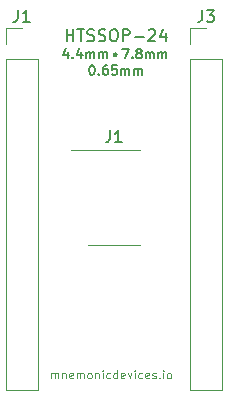
<source format=gbr>
%TF.GenerationSoftware,KiCad,Pcbnew,(5.99.0-10369-gb59bf064b4)*%
%TF.CreationDate,2021-07-26T17:07:50+02:00*%
%TF.ProjectId,htssop24,68747373-6f70-4323-942e-6b696361645f,rev?*%
%TF.SameCoordinates,Original*%
%TF.FileFunction,Legend,Top*%
%TF.FilePolarity,Positive*%
%FSLAX46Y46*%
G04 Gerber Fmt 4.6, Leading zero omitted, Abs format (unit mm)*
G04 Created by KiCad (PCBNEW (5.99.0-10369-gb59bf064b4)) date 2021-07-26 17:07:50*
%MOMM*%
%LPD*%
G01*
G04 APERTURE LIST*
%ADD10C,0.150000*%
%ADD11C,0.100000*%
%ADD12C,0.120000*%
G04 APERTURE END LIST*
D10*
X19792857Y-15711904D02*
X19869047Y-15711904D01*
X19945238Y-15750000D01*
X19983333Y-15788095D01*
X20021428Y-15864285D01*
X20059523Y-16016666D01*
X20059523Y-16207142D01*
X20021428Y-16359523D01*
X19983333Y-16435714D01*
X19945238Y-16473809D01*
X19869047Y-16511904D01*
X19792857Y-16511904D01*
X19716666Y-16473809D01*
X19678571Y-16435714D01*
X19640476Y-16359523D01*
X19602380Y-16207142D01*
X19602380Y-16016666D01*
X19640476Y-15864285D01*
X19678571Y-15788095D01*
X19716666Y-15750000D01*
X19792857Y-15711904D01*
X20402380Y-16435714D02*
X20440476Y-16473809D01*
X20402380Y-16511904D01*
X20364285Y-16473809D01*
X20402380Y-16435714D01*
X20402380Y-16511904D01*
X21126190Y-15711904D02*
X20973809Y-15711904D01*
X20897619Y-15750000D01*
X20859523Y-15788095D01*
X20783333Y-15902380D01*
X20745238Y-16054761D01*
X20745238Y-16359523D01*
X20783333Y-16435714D01*
X20821428Y-16473809D01*
X20897619Y-16511904D01*
X21050000Y-16511904D01*
X21126190Y-16473809D01*
X21164285Y-16435714D01*
X21202380Y-16359523D01*
X21202380Y-16169047D01*
X21164285Y-16092857D01*
X21126190Y-16054761D01*
X21050000Y-16016666D01*
X20897619Y-16016666D01*
X20821428Y-16054761D01*
X20783333Y-16092857D01*
X20745238Y-16169047D01*
X21926190Y-15711904D02*
X21545238Y-15711904D01*
X21507142Y-16092857D01*
X21545238Y-16054761D01*
X21621428Y-16016666D01*
X21811904Y-16016666D01*
X21888095Y-16054761D01*
X21926190Y-16092857D01*
X21964285Y-16169047D01*
X21964285Y-16359523D01*
X21926190Y-16435714D01*
X21888095Y-16473809D01*
X21811904Y-16511904D01*
X21621428Y-16511904D01*
X21545238Y-16473809D01*
X21507142Y-16435714D01*
X22307142Y-16511904D02*
X22307142Y-15978571D01*
X22307142Y-16054761D02*
X22345238Y-16016666D01*
X22421428Y-15978571D01*
X22535714Y-15978571D01*
X22611904Y-16016666D01*
X22650000Y-16092857D01*
X22650000Y-16511904D01*
X22650000Y-16092857D02*
X22688095Y-16016666D01*
X22764285Y-15978571D01*
X22878571Y-15978571D01*
X22954761Y-16016666D01*
X22992857Y-16092857D01*
X22992857Y-16511904D01*
X23373809Y-16511904D02*
X23373809Y-15978571D01*
X23373809Y-16054761D02*
X23411904Y-16016666D01*
X23488095Y-15978571D01*
X23602380Y-15978571D01*
X23678571Y-16016666D01*
X23716666Y-16092857D01*
X23716666Y-16511904D01*
X23716666Y-16092857D02*
X23754761Y-16016666D01*
X23830952Y-15978571D01*
X23945238Y-15978571D01*
X24021428Y-16016666D01*
X24059523Y-16092857D01*
X24059523Y-16511904D01*
X17799999Y-14578571D02*
X17799999Y-15111904D01*
X17609523Y-14273809D02*
X17419047Y-14845238D01*
X17914285Y-14845238D01*
X18219047Y-15035714D02*
X18257142Y-15073809D01*
X18219047Y-15111904D01*
X18180952Y-15073809D01*
X18219047Y-15035714D01*
X18219047Y-15111904D01*
X18942857Y-14578571D02*
X18942857Y-15111904D01*
X18752380Y-14273809D02*
X18561904Y-14845238D01*
X19057142Y-14845238D01*
X19361904Y-15111904D02*
X19361904Y-14578571D01*
X19361904Y-14654761D02*
X19399999Y-14616666D01*
X19476190Y-14578571D01*
X19590476Y-14578571D01*
X19666666Y-14616666D01*
X19704761Y-14692857D01*
X19704761Y-15111904D01*
X19704761Y-14692857D02*
X19742857Y-14616666D01*
X19819047Y-14578571D01*
X19933333Y-14578571D01*
X20009523Y-14616666D01*
X20047619Y-14692857D01*
X20047619Y-15111904D01*
X20428571Y-15111904D02*
X20428571Y-14578571D01*
X20428571Y-14654761D02*
X20466666Y-14616666D01*
X20542857Y-14578571D01*
X20657142Y-14578571D01*
X20733333Y-14616666D01*
X20771428Y-14692857D01*
X20771428Y-15111904D01*
X20771428Y-14692857D02*
X20809523Y-14616666D01*
X20885714Y-14578571D01*
X20999999Y-14578571D01*
X21076190Y-14616666D01*
X21114285Y-14692857D01*
X21114285Y-15111904D01*
X21723809Y-14730952D02*
X21723809Y-14883333D01*
X21761904Y-14883333D02*
X21761904Y-14730952D01*
X21799999Y-14692857D02*
X21799999Y-14921428D01*
X21838095Y-14883333D02*
X21838095Y-14730952D01*
X21876190Y-14730952D02*
X21876190Y-14883333D01*
X21723809Y-14845238D02*
X21799999Y-14921428D01*
X21876190Y-14845238D01*
X21723809Y-14769047D02*
X21799999Y-14692857D01*
X21876190Y-14769047D01*
X21723809Y-14730952D02*
X21799999Y-14692857D01*
X21876190Y-14730952D01*
X21914285Y-14807142D01*
X21876190Y-14883333D01*
X21799999Y-14921428D01*
X21723809Y-14883333D01*
X21685714Y-14807142D01*
X21723809Y-14730952D01*
X22409523Y-14311904D02*
X22942857Y-14311904D01*
X22599999Y-15111904D01*
X23247619Y-15035714D02*
X23285714Y-15073809D01*
X23247619Y-15111904D01*
X23209523Y-15073809D01*
X23247619Y-15035714D01*
X23247619Y-15111904D01*
X23742857Y-14654761D02*
X23666666Y-14616666D01*
X23628571Y-14578571D01*
X23590476Y-14502380D01*
X23590476Y-14464285D01*
X23628571Y-14388095D01*
X23666666Y-14350000D01*
X23742857Y-14311904D01*
X23895238Y-14311904D01*
X23971428Y-14350000D01*
X24009523Y-14388095D01*
X24047619Y-14464285D01*
X24047619Y-14502380D01*
X24009523Y-14578571D01*
X23971428Y-14616666D01*
X23895238Y-14654761D01*
X23742857Y-14654761D01*
X23666666Y-14692857D01*
X23628571Y-14730952D01*
X23590476Y-14807142D01*
X23590476Y-14959523D01*
X23628571Y-15035714D01*
X23666666Y-15073809D01*
X23742857Y-15111904D01*
X23895238Y-15111904D01*
X23971428Y-15073809D01*
X24009523Y-15035714D01*
X24047619Y-14959523D01*
X24047619Y-14807142D01*
X24009523Y-14730952D01*
X23971428Y-14692857D01*
X23895238Y-14654761D01*
X24390476Y-15111904D02*
X24390476Y-14578571D01*
X24390476Y-14654761D02*
X24428571Y-14616666D01*
X24504761Y-14578571D01*
X24619047Y-14578571D01*
X24695238Y-14616666D01*
X24733333Y-14692857D01*
X24733333Y-15111904D01*
X24733333Y-14692857D02*
X24771428Y-14616666D01*
X24847619Y-14578571D01*
X24961904Y-14578571D01*
X25038095Y-14616666D01*
X25076190Y-14692857D01*
X25076190Y-15111904D01*
X25457142Y-15111904D02*
X25457142Y-14578571D01*
X25457142Y-14654761D02*
X25495238Y-14616666D01*
X25571428Y-14578571D01*
X25685714Y-14578571D01*
X25761904Y-14616666D01*
X25800000Y-14692857D01*
X25800000Y-15111904D01*
X25800000Y-14692857D02*
X25838095Y-14616666D01*
X25914285Y-14578571D01*
X26028571Y-14578571D01*
X26104761Y-14616666D01*
X26142857Y-14692857D01*
X26142857Y-15111904D01*
X17685714Y-13652380D02*
X17685714Y-12652380D01*
X17685714Y-13128571D02*
X18257142Y-13128571D01*
X18257142Y-13652380D02*
X18257142Y-12652380D01*
X18590476Y-12652380D02*
X19161904Y-12652380D01*
X18876190Y-13652380D02*
X18876190Y-12652380D01*
X19447619Y-13604761D02*
X19590476Y-13652380D01*
X19828571Y-13652380D01*
X19923809Y-13604761D01*
X19971428Y-13557142D01*
X20019047Y-13461904D01*
X20019047Y-13366666D01*
X19971428Y-13271428D01*
X19923809Y-13223809D01*
X19828571Y-13176190D01*
X19638095Y-13128571D01*
X19542857Y-13080952D01*
X19495238Y-13033333D01*
X19447619Y-12938095D01*
X19447619Y-12842857D01*
X19495238Y-12747619D01*
X19542857Y-12700000D01*
X19638095Y-12652380D01*
X19876190Y-12652380D01*
X20019047Y-12700000D01*
X20400000Y-13604761D02*
X20542857Y-13652380D01*
X20780952Y-13652380D01*
X20876190Y-13604761D01*
X20923809Y-13557142D01*
X20971428Y-13461904D01*
X20971428Y-13366666D01*
X20923809Y-13271428D01*
X20876190Y-13223809D01*
X20780952Y-13176190D01*
X20590476Y-13128571D01*
X20495238Y-13080952D01*
X20447619Y-13033333D01*
X20400000Y-12938095D01*
X20400000Y-12842857D01*
X20447619Y-12747619D01*
X20495238Y-12700000D01*
X20590476Y-12652380D01*
X20828571Y-12652380D01*
X20971428Y-12700000D01*
X21590476Y-12652380D02*
X21780952Y-12652380D01*
X21876190Y-12700000D01*
X21971428Y-12795238D01*
X22019047Y-12985714D01*
X22019047Y-13319047D01*
X21971428Y-13509523D01*
X21876190Y-13604761D01*
X21780952Y-13652380D01*
X21590476Y-13652380D01*
X21495238Y-13604761D01*
X21400000Y-13509523D01*
X21352380Y-13319047D01*
X21352380Y-12985714D01*
X21400000Y-12795238D01*
X21495238Y-12700000D01*
X21590476Y-12652380D01*
X22447619Y-13652380D02*
X22447619Y-12652380D01*
X22828571Y-12652380D01*
X22923809Y-12700000D01*
X22971428Y-12747619D01*
X23019047Y-12842857D01*
X23019047Y-12985714D01*
X22971428Y-13080952D01*
X22923809Y-13128571D01*
X22828571Y-13176190D01*
X22447619Y-13176190D01*
X23447619Y-13271428D02*
X24209523Y-13271428D01*
X24638095Y-12747619D02*
X24685714Y-12700000D01*
X24780952Y-12652380D01*
X25019047Y-12652380D01*
X25114285Y-12700000D01*
X25161904Y-12747619D01*
X25209523Y-12842857D01*
X25209523Y-12938095D01*
X25161904Y-13080952D01*
X24590476Y-13652380D01*
X25209523Y-13652380D01*
X26066666Y-12985714D02*
X26066666Y-13652380D01*
X25828571Y-12604761D02*
X25590476Y-13319047D01*
X26209523Y-13319047D01*
D11*
X16383333Y-42216666D02*
X16383333Y-41750000D01*
X16383333Y-41816666D02*
X16416666Y-41783333D01*
X16483333Y-41750000D01*
X16583333Y-41750000D01*
X16650000Y-41783333D01*
X16683333Y-41850000D01*
X16683333Y-42216666D01*
X16683333Y-41850000D02*
X16716666Y-41783333D01*
X16783333Y-41750000D01*
X16883333Y-41750000D01*
X16950000Y-41783333D01*
X16983333Y-41850000D01*
X16983333Y-42216666D01*
X17316666Y-41750000D02*
X17316666Y-42216666D01*
X17316666Y-41816666D02*
X17350000Y-41783333D01*
X17416666Y-41750000D01*
X17516666Y-41750000D01*
X17583333Y-41783333D01*
X17616666Y-41850000D01*
X17616666Y-42216666D01*
X18216666Y-42183333D02*
X18150000Y-42216666D01*
X18016666Y-42216666D01*
X17950000Y-42183333D01*
X17916666Y-42116666D01*
X17916666Y-41850000D01*
X17950000Y-41783333D01*
X18016666Y-41750000D01*
X18150000Y-41750000D01*
X18216666Y-41783333D01*
X18250000Y-41850000D01*
X18250000Y-41916666D01*
X17916666Y-41983333D01*
X18550000Y-42216666D02*
X18550000Y-41750000D01*
X18550000Y-41816666D02*
X18583333Y-41783333D01*
X18650000Y-41750000D01*
X18750000Y-41750000D01*
X18816666Y-41783333D01*
X18850000Y-41850000D01*
X18850000Y-42216666D01*
X18850000Y-41850000D02*
X18883333Y-41783333D01*
X18950000Y-41750000D01*
X19050000Y-41750000D01*
X19116666Y-41783333D01*
X19150000Y-41850000D01*
X19150000Y-42216666D01*
X19583333Y-42216666D02*
X19516666Y-42183333D01*
X19483333Y-42150000D01*
X19450000Y-42083333D01*
X19450000Y-41883333D01*
X19483333Y-41816666D01*
X19516666Y-41783333D01*
X19583333Y-41750000D01*
X19683333Y-41750000D01*
X19750000Y-41783333D01*
X19783333Y-41816666D01*
X19816666Y-41883333D01*
X19816666Y-42083333D01*
X19783333Y-42150000D01*
X19750000Y-42183333D01*
X19683333Y-42216666D01*
X19583333Y-42216666D01*
X20116666Y-41750000D02*
X20116666Y-42216666D01*
X20116666Y-41816666D02*
X20150000Y-41783333D01*
X20216666Y-41750000D01*
X20316666Y-41750000D01*
X20383333Y-41783333D01*
X20416666Y-41850000D01*
X20416666Y-42216666D01*
X20750000Y-42216666D02*
X20750000Y-41750000D01*
X20750000Y-41516666D02*
X20716666Y-41550000D01*
X20750000Y-41583333D01*
X20783333Y-41550000D01*
X20750000Y-41516666D01*
X20750000Y-41583333D01*
X21383333Y-42183333D02*
X21316666Y-42216666D01*
X21183333Y-42216666D01*
X21116666Y-42183333D01*
X21083333Y-42150000D01*
X21050000Y-42083333D01*
X21050000Y-41883333D01*
X21083333Y-41816666D01*
X21116666Y-41783333D01*
X21183333Y-41750000D01*
X21316666Y-41750000D01*
X21383333Y-41783333D01*
X21983333Y-42216666D02*
X21983333Y-41516666D01*
X21983333Y-42183333D02*
X21916666Y-42216666D01*
X21783333Y-42216666D01*
X21716666Y-42183333D01*
X21683333Y-42150000D01*
X21650000Y-42083333D01*
X21650000Y-41883333D01*
X21683333Y-41816666D01*
X21716666Y-41783333D01*
X21783333Y-41750000D01*
X21916666Y-41750000D01*
X21983333Y-41783333D01*
X22583333Y-42183333D02*
X22516666Y-42216666D01*
X22383333Y-42216666D01*
X22316666Y-42183333D01*
X22283333Y-42116666D01*
X22283333Y-41850000D01*
X22316666Y-41783333D01*
X22383333Y-41750000D01*
X22516666Y-41750000D01*
X22583333Y-41783333D01*
X22616666Y-41850000D01*
X22616666Y-41916666D01*
X22283333Y-41983333D01*
X22850000Y-41750000D02*
X23016666Y-42216666D01*
X23183333Y-41750000D01*
X23450000Y-42216666D02*
X23450000Y-41750000D01*
X23450000Y-41516666D02*
X23416666Y-41550000D01*
X23450000Y-41583333D01*
X23483333Y-41550000D01*
X23450000Y-41516666D01*
X23450000Y-41583333D01*
X24083333Y-42183333D02*
X24016666Y-42216666D01*
X23883333Y-42216666D01*
X23816666Y-42183333D01*
X23783333Y-42150000D01*
X23749999Y-42083333D01*
X23749999Y-41883333D01*
X23783333Y-41816666D01*
X23816666Y-41783333D01*
X23883333Y-41750000D01*
X24016666Y-41750000D01*
X24083333Y-41783333D01*
X24650000Y-42183333D02*
X24583333Y-42216666D01*
X24449999Y-42216666D01*
X24383333Y-42183333D01*
X24349999Y-42116666D01*
X24349999Y-41850000D01*
X24383333Y-41783333D01*
X24449999Y-41750000D01*
X24583333Y-41750000D01*
X24650000Y-41783333D01*
X24683333Y-41850000D01*
X24683333Y-41916666D01*
X24349999Y-41983333D01*
X24950000Y-42183333D02*
X25016666Y-42216666D01*
X25150000Y-42216666D01*
X25216666Y-42183333D01*
X25250000Y-42116666D01*
X25250000Y-42083333D01*
X25216666Y-42016666D01*
X25150000Y-41983333D01*
X25050000Y-41983333D01*
X24983333Y-41950000D01*
X24950000Y-41883333D01*
X24950000Y-41850000D01*
X24983333Y-41783333D01*
X25050000Y-41750000D01*
X25150000Y-41750000D01*
X25216666Y-41783333D01*
X25549999Y-42150000D02*
X25583333Y-42183333D01*
X25549999Y-42216666D01*
X25516666Y-42183333D01*
X25549999Y-42150000D01*
X25549999Y-42216666D01*
X25883333Y-42216666D02*
X25883333Y-41750000D01*
X25883333Y-41516666D02*
X25850000Y-41550000D01*
X25883333Y-41583333D01*
X25916666Y-41550000D01*
X25883333Y-41516666D01*
X25883333Y-41583333D01*
X26316666Y-42216666D02*
X26250000Y-42183333D01*
X26216666Y-42150000D01*
X26183333Y-42083333D01*
X26183333Y-41883333D01*
X26216666Y-41816666D01*
X26250000Y-41783333D01*
X26316666Y-41750000D01*
X26416666Y-41750000D01*
X26483333Y-41783333D01*
X26516666Y-41816666D01*
X26550000Y-41883333D01*
X26550000Y-42083333D01*
X26516666Y-42150000D01*
X26483333Y-42183333D01*
X26416666Y-42216666D01*
X26316666Y-42216666D01*
D10*
%TO.C,J1*%
X13566666Y-11022380D02*
X13566666Y-11736666D01*
X13519047Y-11879523D01*
X13423809Y-11974761D01*
X13280952Y-12022380D01*
X13185714Y-12022380D01*
X14566666Y-12022380D02*
X13995238Y-12022380D01*
X14280952Y-12022380D02*
X14280952Y-11022380D01*
X14185714Y-11165238D01*
X14090476Y-11260476D01*
X13995238Y-11308095D01*
X21366666Y-21202380D02*
X21366666Y-21916666D01*
X21319047Y-22059523D01*
X21223809Y-22154761D01*
X21080952Y-22202380D01*
X20985714Y-22202380D01*
X22366666Y-22202380D02*
X21795238Y-22202380D01*
X22080952Y-22202380D02*
X22080952Y-21202380D01*
X21985714Y-21345238D01*
X21890476Y-21440476D01*
X21795238Y-21488095D01*
%TO.C,J3*%
X29166666Y-11022380D02*
X29166666Y-11736666D01*
X29119047Y-11879523D01*
X29023809Y-11974761D01*
X28880952Y-12022380D01*
X28785714Y-12022380D01*
X29547619Y-11022380D02*
X30166666Y-11022380D01*
X29833333Y-11403333D01*
X29976190Y-11403333D01*
X30071428Y-11450952D01*
X30119047Y-11498571D01*
X30166666Y-11593809D01*
X30166666Y-11831904D01*
X30119047Y-11927142D01*
X30071428Y-11974761D01*
X29976190Y-12022380D01*
X29690476Y-12022380D01*
X29595238Y-11974761D01*
X29547619Y-11927142D01*
D12*
%TO.C,J1*%
X12570000Y-15170000D02*
X15230000Y-15170000D01*
X12570000Y-13900000D02*
X12570000Y-12570000D01*
X15230000Y-15170000D02*
X15230000Y-43170000D01*
X12570000Y-15170000D02*
X12570000Y-43170000D01*
X12570000Y-12570000D02*
X13900000Y-12570000D01*
X12570000Y-43170000D02*
X15230000Y-43170000D01*
X21700000Y-22865000D02*
X18050000Y-22865000D01*
X21700000Y-22865000D02*
X23900000Y-22865000D01*
X21700000Y-30935000D02*
X23900000Y-30935000D01*
X21700000Y-30935000D02*
X19500000Y-30935000D01*
%TO.C,J3*%
X28170000Y-13900000D02*
X28170000Y-12570000D01*
X28170000Y-15170000D02*
X30830000Y-15170000D01*
X28170000Y-12570000D02*
X29500000Y-12570000D01*
X30830000Y-15170000D02*
X30830000Y-43170000D01*
X28170000Y-15170000D02*
X28170000Y-43170000D01*
X28170000Y-43170000D02*
X30830000Y-43170000D01*
%TD*%
M02*

</source>
